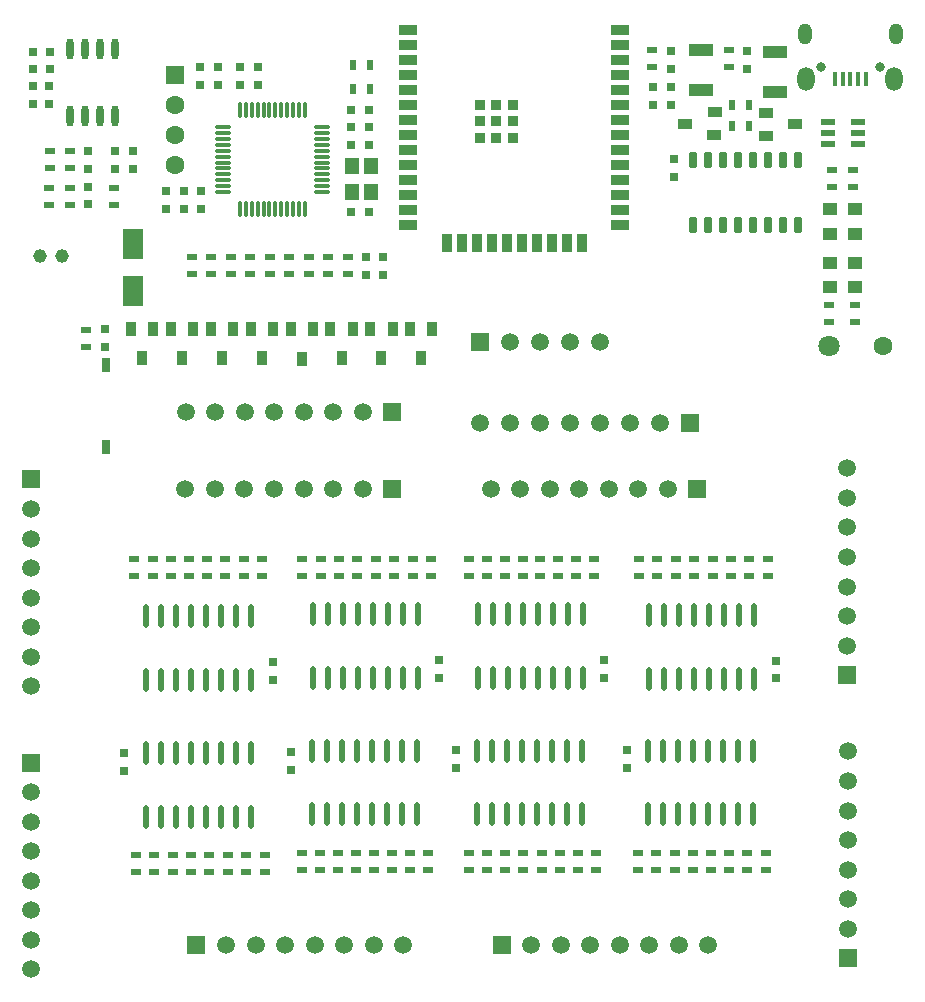
<source format=gbr>
%TF.GenerationSoftware,Altium Limited,Altium Designer,22.10.1 (41)*%
G04 Layer_Color=255*
%FSLAX25Y25*%
%MOIN*%
%TF.SameCoordinates,BEAA4B2D-68BC-4382-99D5-5DCEA874A810*%
%TF.FilePolarity,Positive*%
%TF.FileFunction,Pads,Top*%
%TF.Part,Single*%
G01*
G75*
%TA.AperFunction,SMDPad,CuDef*%
%ADD11O,0.01181X0.05709*%
%ADD12O,0.05709X0.01181*%
%ADD13R,0.03150X0.03150*%
%ADD14R,0.04724X0.04331*%
%ADD15R,0.06693X0.09843*%
%TA.AperFunction,BGAPad,CuDef*%
%ADD16R,0.03543X0.03543*%
%TA.AperFunction,ConnectorPad*%
%ADD17R,0.03543X0.05906*%
%ADD18R,0.05906X0.03543*%
%TA.AperFunction,SMDPad,CuDef*%
%ADD19R,0.01772X0.05118*%
%ADD20R,0.03543X0.02165*%
%ADD21R,0.03150X0.03150*%
%ADD22R,0.02165X0.03543*%
%ADD23R,0.07874X0.03937*%
%ADD24R,0.04724X0.03347*%
G04:AMPARAMS|DCode=25|XSize=51.58mil|YSize=24.41mil|CornerRadius=3.05mil|HoleSize=0mil|Usage=FLASHONLY|Rotation=90.000|XOffset=0mil|YOffset=0mil|HoleType=Round|Shape=RoundedRectangle|*
%AMROUNDEDRECTD25*
21,1,0.05158,0.01831,0,0,90.0*
21,1,0.04547,0.02441,0,0,90.0*
1,1,0.00610,0.00915,0.02274*
1,1,0.00610,0.00915,-0.02274*
1,1,0.00610,-0.00915,-0.02274*
1,1,0.00610,-0.00915,0.02274*
%
%ADD25ROUNDEDRECTD25*%
G04:AMPARAMS|DCode=26|XSize=47.64mil|YSize=23.23mil|CornerRadius=2.9mil|HoleSize=0mil|Usage=FLASHONLY|Rotation=0.000|XOffset=0mil|YOffset=0mil|HoleType=Round|Shape=RoundedRectangle|*
%AMROUNDEDRECTD26*
21,1,0.04764,0.01742,0,0,0.0*
21,1,0.04183,0.02323,0,0,0.0*
1,1,0.00581,0.02092,-0.00871*
1,1,0.00581,-0.02092,-0.00871*
1,1,0.00581,-0.02092,0.00871*
1,1,0.00581,0.02092,0.00871*
%
%ADD26ROUNDEDRECTD26*%
%ADD27O,0.02362X0.07087*%
%ADD28R,0.03150X0.04724*%
%ADD29R,0.03347X0.04724*%
%ADD30O,0.02165X0.07874*%
%ADD31R,0.04528X0.05512*%
%TA.AperFunction,ComponentPad*%
%ADD34C,0.07087*%
%ADD35C,0.06299*%
%ADD36C,0.04559*%
%ADD37C,0.05984*%
%ADD38R,0.05984X0.05984*%
%ADD39C,0.05937*%
%ADD40R,0.05937X0.05937*%
%ADD41R,0.05937X0.05937*%
%ADD42O,0.05709X0.07874*%
%ADD43O,0.04528X0.07087*%
%ADD44C,0.03150*%
%ADD45R,0.06299X0.06299*%
D11*
X109659Y265053D02*
D03*
X107691D02*
D03*
X105722D02*
D03*
X103754D02*
D03*
X101785D02*
D03*
X99817D02*
D03*
X97848D02*
D03*
X95880D02*
D03*
X93911D02*
D03*
X91943D02*
D03*
X89974D02*
D03*
X88006D02*
D03*
Y298320D02*
D03*
X89974D02*
D03*
X91943D02*
D03*
X93911D02*
D03*
X95880D02*
D03*
X97848D02*
D03*
X99817D02*
D03*
X101785D02*
D03*
X103754D02*
D03*
X105722D02*
D03*
X107691D02*
D03*
X109659D02*
D03*
D12*
X82199Y270860D02*
D03*
Y272828D02*
D03*
Y274797D02*
D03*
Y276765D02*
D03*
Y278734D02*
D03*
Y280702D02*
D03*
Y282671D02*
D03*
Y284639D02*
D03*
Y286608D02*
D03*
Y288576D02*
D03*
Y290545D02*
D03*
Y292513D02*
D03*
X115466D02*
D03*
Y290545D02*
D03*
Y288576D02*
D03*
Y286608D02*
D03*
Y284639D02*
D03*
Y282671D02*
D03*
Y280702D02*
D03*
Y278734D02*
D03*
Y276765D02*
D03*
Y274797D02*
D03*
Y272828D02*
D03*
Y270860D02*
D03*
D13*
X135674Y249226D02*
D03*
Y243320D02*
D03*
X37498Y272661D02*
D03*
Y266756D02*
D03*
Y284407D02*
D03*
Y278502D02*
D03*
X52200Y284407D02*
D03*
Y278502D02*
D03*
X46498Y284407D02*
D03*
Y278502D02*
D03*
X257071Y317905D02*
D03*
Y311999D02*
D03*
X18971Y311763D02*
D03*
Y317668D02*
D03*
X24572Y311770D02*
D03*
Y317676D02*
D03*
X24472Y306276D02*
D03*
Y300370D02*
D03*
X18971Y306283D02*
D03*
Y300378D02*
D03*
X43071Y219270D02*
D03*
Y225176D02*
D03*
X63474Y271073D02*
D03*
Y265168D02*
D03*
X75174Y271073D02*
D03*
Y265168D02*
D03*
X69324Y271073D02*
D03*
Y265168D02*
D03*
X129974Y243320D02*
D03*
Y249226D02*
D03*
X266571Y114676D02*
D03*
Y108770D02*
D03*
X209272Y114929D02*
D03*
Y109023D02*
D03*
X154271Y114929D02*
D03*
Y109023D02*
D03*
X99072Y114176D02*
D03*
Y108270D02*
D03*
X216971Y84776D02*
D03*
Y78870D02*
D03*
X159971Y84776D02*
D03*
Y78870D02*
D03*
X104972Y84276D02*
D03*
Y78370D02*
D03*
X49472Y83776D02*
D03*
Y77870D02*
D03*
X232572Y281753D02*
D03*
Y275847D02*
D03*
X231572Y311999D02*
D03*
Y317905D02*
D03*
X225700Y300023D02*
D03*
Y305929D02*
D03*
X231572Y300023D02*
D03*
Y305929D02*
D03*
D14*
X293000Y256866D02*
D03*
Y265134D02*
D03*
X284750Y256866D02*
D03*
Y265134D02*
D03*
X293000Y239115D02*
D03*
Y247383D02*
D03*
X284750Y239115D02*
D03*
Y247383D02*
D03*
D15*
X52263Y237752D02*
D03*
Y253500D02*
D03*
D16*
X179024Y300000D02*
D03*
X173512Y288976D02*
D03*
X179024D02*
D03*
Y294488D02*
D03*
X173512D02*
D03*
X168000D02*
D03*
Y288976D02*
D03*
X173512Y300000D02*
D03*
X168000D02*
D03*
D17*
X191898Y253976D02*
D03*
X156898D02*
D03*
X161898D02*
D03*
X166898D02*
D03*
X171898D02*
D03*
X196898D02*
D03*
X176898D02*
D03*
X181898D02*
D03*
X186898D02*
D03*
X201898D02*
D03*
D18*
X214850Y259882D02*
D03*
Y264882D02*
D03*
Y269882D02*
D03*
Y274882D02*
D03*
Y279882D02*
D03*
Y284882D02*
D03*
Y289882D02*
D03*
Y294882D02*
D03*
Y299882D02*
D03*
Y304882D02*
D03*
Y309882D02*
D03*
Y314882D02*
D03*
Y319882D02*
D03*
Y324882D02*
D03*
X143984Y259882D02*
D03*
Y264882D02*
D03*
Y269882D02*
D03*
Y274882D02*
D03*
Y279882D02*
D03*
Y284882D02*
D03*
Y289882D02*
D03*
Y294882D02*
D03*
Y299882D02*
D03*
Y304882D02*
D03*
Y309882D02*
D03*
Y314882D02*
D03*
Y319882D02*
D03*
Y324882D02*
D03*
D19*
X296618Y308583D02*
D03*
X286382D02*
D03*
X294059D02*
D03*
X291500D02*
D03*
X288941D02*
D03*
D20*
X31298Y272363D02*
D03*
Y266654D02*
D03*
X24798Y284709D02*
D03*
Y279000D02*
D03*
X24298Y266654D02*
D03*
Y272363D02*
D03*
X46027Y272340D02*
D03*
Y266631D02*
D03*
X31298Y284709D02*
D03*
Y279000D02*
D03*
X176399Y50500D02*
D03*
Y44791D02*
D03*
X188541Y50500D02*
D03*
Y44791D02*
D03*
X200684Y50500D02*
D03*
Y44791D02*
D03*
X285444Y272553D02*
D03*
Y278262D02*
D03*
X284500Y233131D02*
D03*
Y227422D02*
D03*
X293000Y233131D02*
D03*
Y227422D02*
D03*
X36772Y219169D02*
D03*
Y224878D02*
D03*
X123974Y243466D02*
D03*
Y249175D02*
D03*
X117474D02*
D03*
Y243466D02*
D03*
X104474D02*
D03*
Y249175D02*
D03*
X110974D02*
D03*
Y243466D02*
D03*
X97974D02*
D03*
Y249175D02*
D03*
X91474Y243466D02*
D03*
Y249175D02*
D03*
X84974Y243466D02*
D03*
Y249175D02*
D03*
X78474Y243466D02*
D03*
Y249175D02*
D03*
X71974Y243466D02*
D03*
Y249175D02*
D03*
X220970Y142791D02*
D03*
Y148500D02*
D03*
X176327Y142791D02*
D03*
Y148500D02*
D03*
X89222Y142876D02*
D03*
Y148584D02*
D03*
X77079Y142876D02*
D03*
Y148584D02*
D03*
X64936Y142876D02*
D03*
Y148584D02*
D03*
X52793Y142876D02*
D03*
Y148584D02*
D03*
X108756Y142791D02*
D03*
Y148500D02*
D03*
X121042Y142791D02*
D03*
Y148500D02*
D03*
X133327Y142791D02*
D03*
Y148500D02*
D03*
X145613Y142791D02*
D03*
Y148500D02*
D03*
X164399Y142791D02*
D03*
Y148500D02*
D03*
X188184Y142791D02*
D03*
Y148500D02*
D03*
X200042Y142791D02*
D03*
Y148500D02*
D03*
X233256Y142791D02*
D03*
Y148500D02*
D03*
X245542Y142791D02*
D03*
Y148500D02*
D03*
X257827Y142791D02*
D03*
Y148500D02*
D03*
X263970Y142791D02*
D03*
Y148500D02*
D03*
X251684Y142791D02*
D03*
Y148500D02*
D03*
X239399Y142791D02*
D03*
Y148500D02*
D03*
X227113Y142791D02*
D03*
Y148500D02*
D03*
X205899Y142791D02*
D03*
Y148500D02*
D03*
X194113Y142791D02*
D03*
Y148500D02*
D03*
X182256Y142791D02*
D03*
Y148500D02*
D03*
X170399Y142791D02*
D03*
Y148500D02*
D03*
X151756Y142791D02*
D03*
Y148500D02*
D03*
X139470Y142791D02*
D03*
Y148500D02*
D03*
X127184Y142791D02*
D03*
Y148500D02*
D03*
X114899Y142791D02*
D03*
Y148500D02*
D03*
X95293Y142876D02*
D03*
Y148584D02*
D03*
X83150Y142876D02*
D03*
Y148584D02*
D03*
X71007Y142876D02*
D03*
Y148584D02*
D03*
X58864D02*
D03*
Y142876D02*
D03*
X257184Y50500D02*
D03*
Y44791D02*
D03*
X263256Y50500D02*
D03*
Y44791D02*
D03*
X245041Y50500D02*
D03*
Y44791D02*
D03*
X251113Y50500D02*
D03*
Y44791D02*
D03*
X238970Y50500D02*
D03*
Y44791D02*
D03*
X232899Y50500D02*
D03*
Y44791D02*
D03*
X220756Y50500D02*
D03*
Y44791D02*
D03*
X226827Y50500D02*
D03*
Y44791D02*
D03*
X206756Y50500D02*
D03*
Y44791D02*
D03*
X194613Y50500D02*
D03*
Y44791D02*
D03*
X182470Y50500D02*
D03*
Y44791D02*
D03*
X164256Y50500D02*
D03*
Y44791D02*
D03*
X170327Y50500D02*
D03*
Y44791D02*
D03*
X144756Y50500D02*
D03*
Y44791D02*
D03*
X150756Y50500D02*
D03*
Y44791D02*
D03*
X138756Y50500D02*
D03*
Y44791D02*
D03*
X132756Y50500D02*
D03*
Y44791D02*
D03*
X126756Y50500D02*
D03*
Y44791D02*
D03*
X120756Y50500D02*
D03*
Y44791D02*
D03*
X90113Y50000D02*
D03*
Y44291D02*
D03*
X77827Y50000D02*
D03*
Y44291D02*
D03*
X65541Y50000D02*
D03*
Y44291D02*
D03*
X53256Y50000D02*
D03*
Y44291D02*
D03*
X108756Y50500D02*
D03*
Y44791D02*
D03*
X114756Y50500D02*
D03*
Y44791D02*
D03*
X96256Y50000D02*
D03*
Y44291D02*
D03*
X83970Y50000D02*
D03*
Y44291D02*
D03*
X71684Y50000D02*
D03*
Y44291D02*
D03*
X59399Y50000D02*
D03*
Y44291D02*
D03*
X292500Y272646D02*
D03*
Y278354D02*
D03*
X251107Y312490D02*
D03*
Y318199D02*
D03*
X225272D02*
D03*
Y312490D02*
D03*
D21*
X125150Y292520D02*
D03*
X131056D02*
D03*
X88127Y312520D02*
D03*
X94033D02*
D03*
X74721Y306620D02*
D03*
X80627D02*
D03*
X74721Y312620D02*
D03*
X80627D02*
D03*
X131056Y298220D02*
D03*
X125150D02*
D03*
X94033Y306520D02*
D03*
X88127D02*
D03*
X125150Y286520D02*
D03*
X131056D02*
D03*
X131048Y264120D02*
D03*
X125143D02*
D03*
D22*
X125620Y313320D02*
D03*
X131329D02*
D03*
X131350Y305320D02*
D03*
X125641D02*
D03*
X251896Y293023D02*
D03*
X257605D02*
D03*
X251917Y300000D02*
D03*
X257626D02*
D03*
D23*
X266500Y317693D02*
D03*
Y304307D02*
D03*
X241772Y318176D02*
D03*
Y304790D02*
D03*
D24*
X246193Y297403D02*
D03*
X246171Y289823D02*
D03*
X236350Y293543D02*
D03*
X273047Y293503D02*
D03*
X263226Y297223D02*
D03*
X263205Y289643D02*
D03*
D25*
X259000Y259768D02*
D03*
X264000D02*
D03*
X239000D02*
D03*
X244000D02*
D03*
X249000D02*
D03*
X254000D02*
D03*
X269000D02*
D03*
X274000D02*
D03*
Y281421D02*
D03*
X269000D02*
D03*
X264000D02*
D03*
X259000D02*
D03*
X254000D02*
D03*
X249000D02*
D03*
X244000D02*
D03*
X239000D02*
D03*
D26*
X284059Y294240D02*
D03*
Y290500D02*
D03*
Y286760D02*
D03*
X293941D02*
D03*
Y290500D02*
D03*
Y294240D02*
D03*
D27*
X46271Y318469D02*
D03*
X41271D02*
D03*
X36272D02*
D03*
X31271D02*
D03*
X46271Y296224D02*
D03*
X41271D02*
D03*
X36272D02*
D03*
X31271D02*
D03*
D28*
X43271Y185744D02*
D03*
Y213303D02*
D03*
D29*
X148474Y215399D02*
D03*
X152174Y225220D02*
D03*
X144734Y225242D02*
D03*
X135188Y215399D02*
D03*
X138889Y225220D02*
D03*
X131448Y225242D02*
D03*
X121903Y215399D02*
D03*
X125603Y225220D02*
D03*
X118163Y225242D02*
D03*
X108617Y215320D02*
D03*
X112317Y225142D02*
D03*
X104877Y225163D02*
D03*
X95331Y215399D02*
D03*
X99031Y225220D02*
D03*
X91591Y225242D02*
D03*
X82046Y215399D02*
D03*
X85746Y225220D02*
D03*
X78306Y225242D02*
D03*
X68760Y215399D02*
D03*
X72460Y225220D02*
D03*
X65020Y225242D02*
D03*
X55474Y215399D02*
D03*
X59174Y225220D02*
D03*
X51734Y225242D02*
D03*
D30*
X259106Y84661D02*
D03*
X254106D02*
D03*
X249106D02*
D03*
X244106D02*
D03*
X239106D02*
D03*
X234106D02*
D03*
X229106D02*
D03*
X224106D02*
D03*
X259106Y63402D02*
D03*
X254106D02*
D03*
X249106D02*
D03*
X244106D02*
D03*
X239106D02*
D03*
X234106D02*
D03*
X229106D02*
D03*
X224106D02*
D03*
X202106Y84661D02*
D03*
X197106D02*
D03*
X192106D02*
D03*
X187106D02*
D03*
X182106D02*
D03*
X177106D02*
D03*
X172106D02*
D03*
X167106D02*
D03*
X202106Y63402D02*
D03*
X197106D02*
D03*
X192106D02*
D03*
X187106D02*
D03*
X182106D02*
D03*
X177106D02*
D03*
X172106D02*
D03*
X167106D02*
D03*
X147106Y84661D02*
D03*
X142106D02*
D03*
X137106D02*
D03*
X132106D02*
D03*
X127106D02*
D03*
X122106D02*
D03*
X117106D02*
D03*
X112106D02*
D03*
X147106Y63402D02*
D03*
X142106D02*
D03*
X137106D02*
D03*
X132106D02*
D03*
X127106D02*
D03*
X122106D02*
D03*
X117106D02*
D03*
X112106D02*
D03*
X56756Y62661D02*
D03*
X61756D02*
D03*
X66756D02*
D03*
X71756D02*
D03*
X76756D02*
D03*
X81756D02*
D03*
X86756D02*
D03*
X91756D02*
D03*
X56756Y83921D02*
D03*
X61756D02*
D03*
X66756D02*
D03*
X71756D02*
D03*
X76756D02*
D03*
X81756D02*
D03*
X86756D02*
D03*
X91756D02*
D03*
X259405Y129791D02*
D03*
X254405D02*
D03*
X249405D02*
D03*
X244405D02*
D03*
X239405D02*
D03*
X234405D02*
D03*
X229405D02*
D03*
X224405D02*
D03*
X259405Y108531D02*
D03*
X254405D02*
D03*
X249405D02*
D03*
X244405D02*
D03*
X239405D02*
D03*
X234405D02*
D03*
X229405D02*
D03*
X224405D02*
D03*
X167256Y108791D02*
D03*
X172256D02*
D03*
X177256D02*
D03*
X182256D02*
D03*
X187256D02*
D03*
X192256D02*
D03*
X197256D02*
D03*
X202256D02*
D03*
X167256Y130051D02*
D03*
X172256D02*
D03*
X177256D02*
D03*
X182256D02*
D03*
X187256D02*
D03*
X192256D02*
D03*
X197256D02*
D03*
X202256D02*
D03*
X112256Y108791D02*
D03*
X117256D02*
D03*
X122256D02*
D03*
X127256D02*
D03*
X132256D02*
D03*
X137256D02*
D03*
X142256D02*
D03*
X147256D02*
D03*
X112256Y130051D02*
D03*
X117256D02*
D03*
X122256D02*
D03*
X127256D02*
D03*
X132256D02*
D03*
X137256D02*
D03*
X142256D02*
D03*
X147256D02*
D03*
X56756Y108161D02*
D03*
X61756D02*
D03*
X66756D02*
D03*
X71756D02*
D03*
X76756D02*
D03*
X81756D02*
D03*
X86756D02*
D03*
X91756D02*
D03*
X56756Y129421D02*
D03*
X61756D02*
D03*
X66756D02*
D03*
X71756D02*
D03*
X76756D02*
D03*
X81756D02*
D03*
X86756D02*
D03*
X91756D02*
D03*
D31*
X125325Y270990D02*
D03*
Y279651D02*
D03*
X131624D02*
D03*
Y270990D02*
D03*
D34*
X284500Y219500D02*
D03*
D35*
X302217D02*
D03*
X66268Y299820D02*
D03*
Y289820D02*
D03*
Y279820D02*
D03*
D36*
X28740Y249650D02*
D03*
X21260D02*
D03*
D37*
X188000Y221000D02*
D03*
X178000D02*
D03*
X198000D02*
D03*
X208000D02*
D03*
X188000Y193730D02*
D03*
X198000D02*
D03*
X208000D02*
D03*
X228000D02*
D03*
X218000D02*
D03*
X178000D02*
D03*
X168000D02*
D03*
D38*
Y221000D02*
D03*
X238000Y193730D02*
D03*
D39*
X18338Y106153D02*
D03*
Y115996D02*
D03*
Y125838D02*
D03*
Y135681D02*
D03*
Y165208D02*
D03*
Y145523D02*
D03*
Y155366D02*
D03*
X119035Y171956D02*
D03*
X109193D02*
D03*
X128878D02*
D03*
X99350D02*
D03*
X89508D02*
D03*
X79665D02*
D03*
X69823D02*
D03*
X290271Y129525D02*
D03*
Y139368D02*
D03*
Y119683D02*
D03*
Y149210D02*
D03*
Y159053D02*
D03*
Y168895D02*
D03*
Y178738D02*
D03*
X194931Y20023D02*
D03*
X204773D02*
D03*
X185088D02*
D03*
X214616D02*
D03*
X224459D02*
D03*
X234301D02*
D03*
X244144D02*
D03*
X142407D02*
D03*
X132565D02*
D03*
X122722D02*
D03*
X112880D02*
D03*
X83352D02*
D03*
X103037D02*
D03*
X93195D02*
D03*
X171559Y171956D02*
D03*
X181401D02*
D03*
X191244D02*
D03*
X201086D02*
D03*
X230614D02*
D03*
X210929D02*
D03*
X220772D02*
D03*
X119114Y197523D02*
D03*
X109272D02*
D03*
X128957D02*
D03*
X99429D02*
D03*
X89587D02*
D03*
X79744D02*
D03*
X69901D02*
D03*
X290772Y84395D02*
D03*
Y74553D02*
D03*
Y64710D02*
D03*
Y54868D02*
D03*
Y25340D02*
D03*
Y45025D02*
D03*
Y35183D02*
D03*
X18338Y61023D02*
D03*
Y51181D02*
D03*
Y70866D02*
D03*
Y41338D02*
D03*
Y31496D02*
D03*
Y21653D02*
D03*
Y11811D02*
D03*
D40*
Y175051D02*
D03*
X290271Y109840D02*
D03*
X290772Y15498D02*
D03*
X18338Y80708D02*
D03*
D41*
X138720Y171956D02*
D03*
X175246Y20023D02*
D03*
X73510D02*
D03*
X240457Y171956D02*
D03*
X138799Y197523D02*
D03*
D42*
X306165Y308583D02*
D03*
X276835D02*
D03*
D43*
X306756Y323543D02*
D03*
X276244D02*
D03*
D44*
X301343Y312717D02*
D03*
X281658D02*
D03*
D45*
X66268Y309820D02*
D03*
%TF.MD5,d2d99fffd8782b30cf05ce98f0973e2e*%
M02*

</source>
